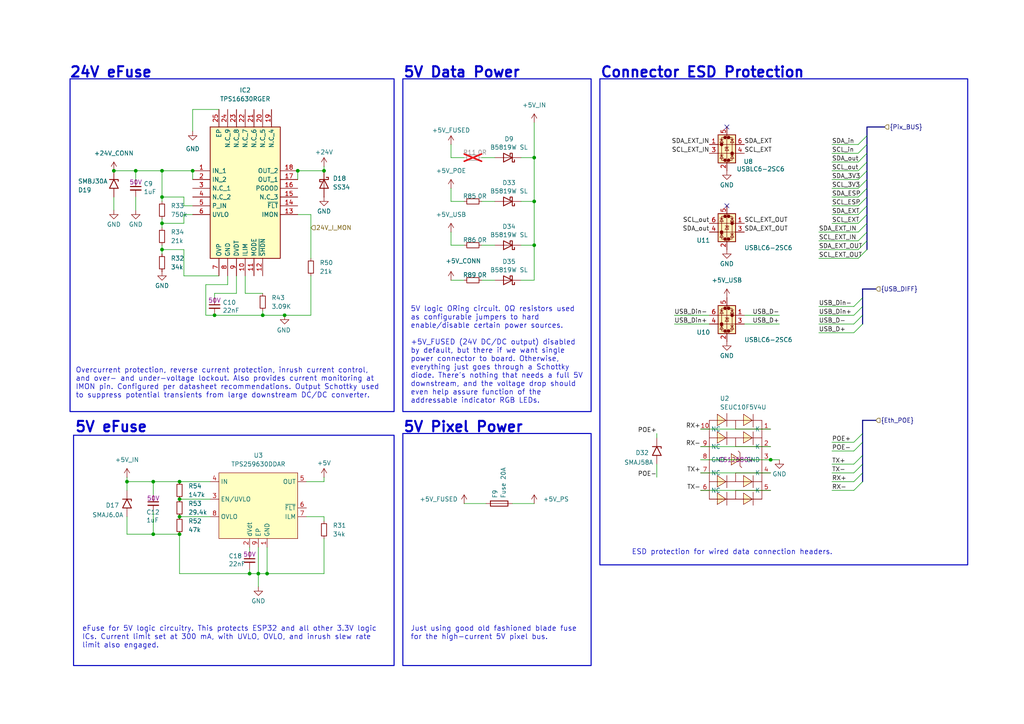
<source format=kicad_sch>
(kicad_sch (version 20250114) (generator "eeschema") (generator_version "9.0")
  (paper "A4")
  (lib_symbols
    (symbol "Device:C_Small" (pin_numbers (hide yes)) (pin_names (offset 0.254) (hide yes))
      (property "Reference" "C" (at 0.254 1.778 0))
      (property "Value" "C_Small" (at 0.254 -2.032 0))
      (symbol "C_Small_0_1"
        (polyline (pts (xy -1.524 0.508) (xy 1.524 0.508)) (stroke (width 0.3048)))
        (polyline (pts (xy -1.524 -0.508) (xy 1.524 -0.508)) (stroke (width 0.3302)))
      )
      (symbol "C_Small_1_1"
        (pin passive line (at 0 2.54 270) (length 2.032) (name "~") (number "1"))
        (pin passive line (at 0 -2.54 90) (length 2.032) (name "~") (number "2"))
      )
    )
    (symbol "Device:D_Schottky" (pin_numbers (hide yes)) (pin_names (offset 1.016) (hide yes))
      (property "Reference" "D" (at 0 2.54 0))
      (property "Value" "D_Schottky" (at 0 -2.54 0))
      (symbol "D_Schottky_0_1"
        (polyline (pts (xy -1.905 0.635) (xy -1.905 1.27) (xy -1.27 1.27) (xy -1.27 -1.27) (xy -0.635 -1.27) (xy -0.635 -0.635)) (stroke (width 0.254)))
        (polyline (pts (xy 1.27 1.27) (xy 1.27 -1.27) (xy -1.27 0) (xy 1.27 1.27)) (stroke (width 0.254)))
        (polyline (pts (xy 1.27 0) (xy -1.27 0)))
      )
      (symbol "D_Schottky_1_1"
        (pin passive line (at -3.81 0 0) (length 2.54) (name "K") (number "1"))
        (pin passive line (at 3.81 0 180) (length 2.54) (name "A") (number "2"))
      )
    )
    (symbol "Device:Fuse" (pin_numbers (hide yes)) (pin_names (offset 0))
      (property "Reference" "F" (at 2.032 0 90))
      (property "Value" "Fuse" (at -1.905 0 90))
      (symbol "Fuse_0_1"
        (rectangle (start -0.762 -2.54) (end 0.762 2.54) (stroke (width 0.254)))
        (polyline (pts (xy 0 2.54) (xy 0 -2.54)))
      )
      (symbol "Fuse_1_1"
        (pin passive line (at 0 3.81 270) (length 1.27) (name "~") (number "1"))
        (pin passive line (at 0 -3.81 90) (length 1.27) (name "~") (number "2"))
      )
    )
    (symbol "Device:R_Small" (pin_numbers (hide yes)) (pin_names (offset 0.254) (hide yes))
      (property "Reference" "R" (at 0.762 0.508 0))
      (property "Value" "R_Small" (at 0.762 -1.016 0))
      (symbol "R_Small_0_1"
        (rectangle (start -0.762 1.778) (end 0.762 -1.778) (stroke (width 0.2032)))
      )
      (symbol "R_Small_1_1"
        (pin passive line (at 0 2.54 270) (length 0.762) (name "~") (number "1"))
        (pin passive line (at 0 -2.54 90) (length 0.762) (name "~") (number "2"))
      )
    )
    (symbol "Diode:SMAJ24A" (pin_numbers (hide yes)) (pin_names (offset 1.016) (hide yes))
      (property "Reference" "D" (at 0 2.54 0))
      (property "Value" "SMAJ24A" (at 0 -2.54 0))
      (symbol "SMAJ24A_0_1"
        (polyline (pts (xy -0.762 1.27) (xy -1.27 1.27) (xy -1.27 -1.27)) (stroke (width 0.254)))
        (polyline (pts (xy 1.27 1.27) (xy 1.27 -1.27) (xy -1.27 0) (xy 1.27 1.27)) (stroke (width 0.254)))
      )
      (symbol "SMAJ24A_1_1"
        (pin passive line (at -3.81 0 0) (length 2.54) (name "A1") (number "1"))
        (pin passive line (at 3.81 0 180) (length 2.54) (name "A2") (number "2"))
      )
    )
    (symbol "Diode:SS34" (pin_numbers (hide yes)) (pin_names (offset 1.016) (hide yes))
      (property "Reference" "D" (at 0 2.54 0))
      (property "Value" "SS34" (at 0 -2.54 0))
      (symbol "SS34_0_1"
        (polyline (pts (xy -1.905 0.635) (xy -1.905 1.27) (xy -1.27 1.27) (xy -1.27 -1.27) (xy -0.635 -1.27) (xy -0.635 -0.635)) (stroke (width 0.254)))
        (polyline (pts (xy 1.27 1.27) (xy 1.27 -1.27) (xy -1.27 0) (xy 1.27 1.27)) (stroke (width 0.254)))
        (polyline (pts (xy 1.27 0) (xy -1.27 0)))
      )
      (symbol "SS34_1_1"
        (pin passive line (at -3.81 0 0) (length 2.54) (name "K") (number "1"))
        (pin passive line (at 3.81 0 180) (length 2.54) (name "A") (number "2"))
      )
    )
    (symbol "Power_Protection:TPS16630RGER"
      (property "Reference" "IC" (at 26.67 17.78 0))
      (property "Value" "TPS16630RGER" (at 26.67 15.24 0))
      (symbol "TPS16630RGER_1_1"
        (rectangle (start 5.08 12.7) (end 25.4 -25.4) (stroke (width 0.254)) (fill (type background)))
        (pin passive line (at 0 0 0) (length 5.08) (name "IN_1") (number "1"))
        (pin passive line (at 0 -2.54 0) (length 5.08) (name "IN_2") (number "2"))
        (pin passive line (at 0 -5.08 0) (length 5.08) (name "N.C_1") (number "3"))
        (pin passive line (at 0 -7.62 0) (length 5.08) (name "N.C_2") (number "4"))
        (pin passive line (at 0 -10.16 0) (length 5.08) (name "P_IN") (number "5"))
        (pin passive line (at 0 -12.7 0) (length 5.08) (name "UVLO") (number "6"))
        (pin passive line (at 7.62 17.78 270) (length 5.08) (name "EP") (number "25"))
        (pin passive line (at 7.62 -30.48 90) (length 5.08) (name "OVP") (number "7"))
        (pin passive line (at 10.16 17.78 270) (length 5.08) (name "N.C_9") (number "24"))
        (pin passive line (at 10.16 -30.48 90) (length 5.08) (name "GND") (number "8"))
        (pin passive line (at 12.7 17.78 270) (length 5.08) (name "N.C_8") (number "23"))
        (pin passive line (at 12.7 -30.48 90) (length 5.08) (name "DVDT") (number "9"))
        (pin passive line (at 15.24 17.78 270) (length 5.08) (name "N.C_7") (number "22"))
        (pin passive line (at 15.24 -30.48 90) (length 5.08) (name "ILIM") (number "10"))
        (pin passive line (at 17.78 17.78 270) (length 5.08) (name "N.C_6") (number "21"))
        (pin passive line (at 17.78 -30.48 90) (length 5.08) (name "MODE") (number "11"))
        (pin passive line (at 20.32 17.78 270) (length 5.08) (name "N.C_5") (number "20"))
        (pin passive line (at 20.32 -30.48 90) (length 5.08) (name "~{SHDN}") (number "12"))
        (pin passive line (at 22.86 17.78 270) (length 5.08) (name "N.C_4") (number "19"))
        (pin passive line (at 30.48 0 180) (length 5.08) (name "OUT_2") (number "18"))
        (pin passive line (at 30.48 -2.54 180) (length 5.08) (name "OUT_1") (number "17"))
        (pin passive line (at 30.48 -5.08 180) (length 5.08) (name "PGOOD") (number "16"))
        (pin passive line (at 30.48 -7.62 180) (length 5.08) (name "N.C_3") (number "15"))
        (pin passive line (at 30.48 -10.16 180) (length 5.08) (name "~{FLT}") (number "14"))
        (pin passive line (at 30.48 -12.7 180) (length 5.08) (name "IMON") (number "13"))
      )
    )
    (symbol "Power_Protection:USBLC6-2SC6" (pin_names (hide yes))
      (property "Reference" "U" (at 0.635 5.715 0))
      (property "Value" "USBLC6-2SC6" (at 0.635 3.81 0))
      (symbol "USBLC6-2SC6_0_0"
        (circle (center -1.524 0) (radius 0.0001) (stroke (width 0.508)))
        (circle (center -0.508 2.032) (radius 0.0001) (stroke (width 0.508)))
        (circle (center -0.508 -4.572) (radius 0.0001) (stroke (width 0.508)))
        (circle (center 0.508 2.032) (radius 0.0001) (stroke (width 0.508)))
        (circle (center 0.508 -4.572) (radius 0.0001) (stroke (width 0.508)))
        (circle (center 1.524 -2.54) (radius 0.0001) (stroke (width 0.508)))
      )
      (symbol "USBLC6-2SC6_0_1"
        (polyline (pts (xy -2.54 0) (xy 2.54 0)))
        (polyline (pts (xy -2.54 -2.54) (xy 2.54 -2.54)))
        (polyline (pts (xy -2.032 0.508) (xy -1.016 0.508) (xy -1.524 1.524) (xy -2.032 0.508)))
        (polyline (pts (xy -2.032 -3.048) (xy -1.016 -3.048)))
        (polyline (pts (xy -1.016 1.524) (xy -2.032 1.524)))
        (polyline (pts (xy -1.016 -4.064) (xy -2.032 -4.064) (xy -1.524 -3.048) (xy -1.016 -4.064)))
        (polyline (pts (xy -0.508 -1.143) (xy -0.508 -0.762) (xy 0.508 -0.762)))
        (polyline (pts (xy 0 2.54) (xy -0.508 2.032) (xy 0.508 2.032) (xy 0 1.524) (xy 0 -4.064) (xy -0.508 -4.572) (xy 0.508 -4.572) (xy 0 -5.08)))
        (polyline (pts (xy 0.508 -1.778) (xy -0.508 -1.778) (xy 0 -0.762) (xy 0.508 -1.778)))
        (polyline (pts (xy 1.016 1.524) (xy 2.032 1.524)))
        (polyline (pts (xy 1.016 -3.048) (xy 2.032 -3.048)))
        (polyline (pts (xy 2.032 0.508) (xy 1.016 0.508) (xy 1.524 1.524) (xy 2.032 0.508)))
        (polyline (pts (xy 2.032 -4.064) (xy 1.016 -4.064) (xy 1.524 -3.048) (xy 2.032 -4.064)))
      )
      (symbol "USBLC6-2SC6_1_1"
        (rectangle (start -2.54 2.794) (end 2.54 -5.334) (stroke (width 0.254)) (fill (type background)))
        (polyline (pts (xy -0.508 2.032) (xy -1.524 2.032) (xy -1.524 -4.572) (xy -0.508 -4.572)))
        (polyline (pts (xy 0.508 -4.572) (xy 1.524 -4.572) (xy 1.524 2.032) (xy 0.508 2.032)))
        (pin passive line (at -5.08 0 0) (length 2.54) (name "I/O1") (number "1"))
        (pin passive line (at -5.08 -2.54 0) (length 2.54) (name "I/O2") (number "3"))
        (pin passive line (at 0 5.08 270) (length 2.54) (name "VBUS") (number "5"))
        (pin passive line (at 0 -7.62 90) (length 2.54) (name "GND") (number "2"))
        (pin passive line (at 5.08 0 180) (length 2.54) (name "I/O1") (number "6"))
        (pin passive line (at 5.08 -2.54 180) (length 2.54) (name "I/O2") (number "4"))
      )
    )
    (symbol "easyeda2kicad:SEUC10F5V4U"
      (property "Reference" "U" (at 0 13.97 0))
      (property "Value" "SEUC10F5V4U" (at 0.254 17.018 0))
      (symbol "SEUC10F5V4U_0_1"
        (polyline (pts (xy -7.62 8.89) (xy 0 8.89) (xy 0 11.43)))
        (polyline (pts (xy -7.62 3.81) (xy 0 3.81) (xy 0 6.35)))
        (polyline (pts (xy -7.62 0) (xy 7.62 0)))
        (polyline (pts (xy -7.62 -3.81) (xy 0 -3.81) (xy 0 -6.35)))
        (polyline (pts (xy -7.62 -8.89) (xy 0 -8.89) (xy 0 -11.43)))
        (polyline (pts (xy -7.62 -11.43) (xy -7.62 11.43) (xy 7.62 11.43) (xy 7.62 -11.43)))
        (polyline (pts (xy -5.08 13.21) (xy -5.08 9.4)))
        (polyline (pts (xy -5.08 8.13) (xy -5.08 4.57)))
        (polyline (pts (xy -5.08 -4.32) (xy -5.08 -8.13)))
        (polyline (pts (xy -5.08 -9.4) (xy -5.08 -13.21)))
        (polyline (pts (xy -2.29 12.95) (xy -4.83 11.43) (xy -2.29 9.65) (xy -2.29 12.95)) (fill (type background)))
        (polyline (pts (xy -2.29 7.87) (xy -4.83 6.35) (xy -2.29 4.57) (xy -2.29 7.87)) (fill (type background)))
        (polyline (pts (xy -2.29 -4.83) (xy -4.83 -6.35) (xy -2.29 -8.13) (xy -2.29 -4.83)) (fill (type background)))
        (polyline (pts (xy -2.29 -9.91) (xy -4.83 -11.43) (xy -2.29 -13.21) (xy -2.29 -9.91)) (fill (type background)))
        (polyline (pts (xy -1.78 2.29) (xy -1.52 2.03) (xy -1.27 1.78) (xy -1.27 -2.03) (xy -1.27 -2.03) (xy -0.76 -2.54)))
        (polyline (pts (xy 1.27 1.52) (xy -1.27 0) (xy 1.27 -1.78) (xy 1.27 1.52)) (fill (type background)))
        (polyline (pts (xy 2.54 13.21) (xy 2.54 9.4)))
        (polyline (pts (xy 2.54 8.13) (xy 2.54 4.57)))
        (polyline (pts (xy 2.54 -4.32) (xy 2.54 -8.13)))
        (polyline (pts (xy 2.54 -9.65) (xy 2.54 -13.46)))
        (polyline (pts (xy 5.33 12.95) (xy 2.79 11.43) (xy 5.33 9.65) (xy 5.33 12.95)) (fill (type background)))
        (polyline (pts (xy 5.33 7.87) (xy 2.79 6.35) (xy 5.33 4.57) (xy 5.33 7.87)) (fill (type background)))
        (polyline (pts (xy 5.33 -4.83) (xy 2.79 -6.35) (xy 5.33 -8.13) (xy 5.33 -4.83)) (fill (type background)))
        (polyline (pts (xy 5.33 -9.91) (xy 2.79 -11.43) (xy 5.33 -13.21) (xy 5.33 -9.91)) (fill (type background)))
        (polyline (pts (xy 7.62 11.43) (xy -7.62 11.43)))
        (polyline (pts (xy 7.62 6.35) (xy -7.62 6.35)))
        (polyline (pts (xy 7.62 -6.35) (xy -7.62 -6.35)))
        (polyline (pts (xy 7.62 -11.43) (xy -7.62 -11.43)))
        (pin unspecified line (at -10.16 8.89 0) (length 2.54) (name "K") (number "5"))
        (pin unspecified line (at -10.16 3.81 0) (length 2.54) (name "K") (number "4"))
        (pin unspecified line (at -10.16 0 0) (length 2.54) (name "GND") (number "3"))
        (pin unspecified line (at -10.16 -3.81 0) (length 2.54) (name "K") (number "2"))
        (pin unspecified line (at -10.16 -8.89 0) (length 2.54) (name "K") (number "1"))
        (pin unspecified line (at 10.16 8.89 180) (length 2.54) (name "NC") (number "6"))
        (pin unspecified line (at 10.16 3.81 180) (length 2.54) (name "NC") (number "7"))
        (pin unspecified line (at 10.16 0 180) (length 2.54) (name "GND") (number "8"))
        (pin unspecified line (at 10.16 -3.81 180) (length 2.54) (name "NC") (number "9"))
        (pin unspecified line (at 10.16 -8.89 180) (length 2.54) (name "NC") (number "10"))
      )
    )
    (symbol "easyeda2kicad:TPS259631DDAR"
      (property "Reference" "U" (at 0 13.97 0))
      (property "Value" "TPS259631DDAR" (at 0 -15.24 0))
      (symbol "TPS259631DDAR_0_1"
        (rectangle (start -11.43 11.43) (end 11.43 -7.62) (fill (type background)))
        (pin unspecified line (at -13.97 8.89 0) (length 2.54) (name "IN") (number "4"))
        (pin unspecified line (at -13.97 3.81 0) (length 2.54) (name "EN/UVLO") (number "3"))
        (pin unspecified line (at -13.97 -1.27 0) (length 2.54) (name "OVLO") (number "8"))
        (pin unspecified line (at -2.54 -10.16 90) (length 2.54) (name "dVdt") (number "2"))
        (pin unspecified line (at 0 -10.16 90) (length 2.54) (name "EP") (number "9"))
        (pin unspecified line (at 2.54 -10.16 90) (length 2.54) (name "GND") (number "1"))
        (pin unspecified line (at 13.97 8.89 180) (length 2.54) (name "OUT") (number "5"))
        (pin unspecified line (at 13.97 1.27 180) (length 2.54) (name "~{FLT}") (number "6"))
        (pin unspecified line (at 13.97 -1.27 180) (length 2.54) (name "ILM") (number "7"))
      )
    )
    (symbol "power:+24V" (power) (pin_numbers (hide yes)) (pin_names (offset 0) (hide yes))
      (property "Value" "+24V" (at 0 3.556 0))
      (symbol "+24V_0_1"
        (polyline (pts (xy -0.762 1.27) (xy 0 2.54)))
        (polyline (pts (xy 0 2.54) (xy 0.762 1.27)))
        (polyline (pts (xy 0 0) (xy 0 2.54)))
      )
      (symbol "+24V_1_1"
        (pin power_in line (at 0 0 90) (length 0) (name "~") (number "1"))
      )
    )
    (symbol "power:+5V" (power) (pin_numbers (hide yes)) (pin_names (offset 0) (hide yes))
      (property "Value" "+5V" (at 0 3.556 0))
      (symbol "+5V_0_1"
        (polyline (pts (xy -0.762 1.27) (xy 0 2.54)))
        (polyline (pts (xy 0 2.54) (xy 0.762 1.27)))
        (polyline (pts (xy 0 0) (xy 0 2.54)))
      )
      (symbol "+5V_1_1"
        (pin power_in line (at 0 0 90) (length 0) (name "~") (number "1"))
      )
    )
    (symbol "power:GND" (power) (pin_numbers (hide yes)) (pin_names (offset 0) (hide yes))
      (property "Value" "GND" (at 0 -3.81 0))
      (symbol "GND_0_1"
        (polyline (pts (xy 0 0) (xy 0 -1.27) (xy 1.27 -1.27) (xy 0 -2.54) (xy -1.27 -1.27) (xy 0 -1.27)))
      )
      (symbol "GND_1_1"
        (pin power_in line (at 0 0 270) (length 0) (name "~") (number "1"))
      )
    )
  )
  (rectangle (start 173.99 22.86) (end 280.67 163.83) (stroke (width 0.3)))
  (rectangle (start 21.336 126.238) (end 114.3 193.04) (stroke (width 0.3)))
  (rectangle (start 116.84 125.73) (end 171.45 193.04) (stroke (width 0.3)))
  (rectangle (start 116.84 22.86) (end 171.45 119.38) (stroke (width 0.3)))
  (rectangle (start 20.32 22.86) (end 114.3 119.38) (stroke (width 0.3)))
  (text "24V eFuse" (at 20.066 22.86 0) (effects (font (size 3 3) (thickness 0.6) (bold yes)) (justify left bottom)))
  (text "Connector ESD Protection" (at 173.99 22.86 0) (effects (font (size 3 3) (thickness 0.6) (bold yes)) (justify left bottom)))
  (text "5V eFuse" (at 21.59 125.73 0) (effects (font (size 3 3) (thickness 0.6) (bold yes)) (justify left bottom)))
  (text "5V Pixel Power" (at 116.84 125.73 0) (effects (font (size 3 3) (thickness 0.6) (bold yes)) (justify left bottom)))
  (text "5V Data Power" (at 116.84 22.86 0) (effects (font (size 3 3) (thickness 0.6) (bold yes)) (justify left bottom)))
  (text_box "Overcurrent protection, reverse current protection, inrush current control, and over- and under-voltage lockout. Also provides current monitoring at IMON pin. Configured per datasheet recommendations. Output Schottky used to suppress potential transients from large downstream DC/DC converter." (at 20.955 105.41 0) (size 91.44 12.065) (margins 0.9525 0.9525 0.9525 0.9525) (stroke (width -0.0001)) (effects (font (size 1.5 1.5)) (justify left top)))
  (text_box "eFuse for 5V logic circuitry. This protects ESP32 and all other 3.3V logic ICs. Current limit set at 300 mA, with UVLO, OVLO, and inrush slew rate limit also engaged. " (at 22.86 180.34 0) (size 91.44 12.065) (margins 0.9525 0.9525 0.9525 0.9525) (stroke (width -0.0001)) (effects (font (size 1.5 1.5)) (justify left top)))
  (text_box "ESD protection for wired data connection headers." (at 182.245 158.115 0) (size 91.44 3.81) (margins 0.9525 0.9525 0.9525 0.9525) (stroke (width -0.0001)) (effects (font (size 1.5 1.5)) (justify left top)))
  (text_box "5V logic ORing circuit. 0Ω resistors used as configurable jumpers to hard enable/disable certain power sources.\n\n+5V_FUSED (24V DC/DC output) disabled by default, but there if we want single power connector to board. Otherwise, everything just goes through a Schottky diode. There's nothing that needs a full 5V downstream, and the voltage drop should even help assure function of the addressable indicator RGB LEDs." (at 118.11 87.63 0) (size 52.705 32.385) (margins 0.9525 0.9525 0.9525 0.9525) (stroke (width -0.0001)) (effects (font (size 1.5 1.5)) (justify left top)))
  (text_box "Just using good old fashioned blade fuse for the high-current 5V pixel bus." (at 118.11 180.34 0) (size 53.34 12.065) (margins 0.9525 0.9525 0.9525 0.9525) (stroke (width -0.0001)) (effects (font (size 1.5 1.5)) (justify left top)))
  (junction (at 33.02 49.53))
  (junction (at 154.94 71.12))
  (junction (at 44.45 154.94))
  (junction (at 82.55 91.44))
  (junction (at 76.2 91.44))
  (junction (at 52.07 154.94))
  (junction (at 36.83 139.7))
  (junction (at 52.07 139.7))
  (junction (at 62.23 91.44))
  (junction (at 74.93 166.37))
  (junction (at 93.98 49.53))
  (junction (at 46.99 49.53))
  (junction (at 46.99 64.77))
  (junction (at 46.99 57.15))
  (junction (at 44.45 139.7))
  (junction (at 46.99 72.39))
  (junction (at 72.39 166.37))
  (junction (at 55.88 49.53))
  (junction (at 154.94 45.72))
  (junction (at 77.47 166.37))
  (junction (at 52.07 144.78))
  (junction (at 223.52 133.35))
  (junction (at 154.94 58.42))
  (junction (at 39.37 49.53))
  (junction (at 52.07 149.86))
  (junction (at 86.36 49.53))
  (no_connect (at 210.82 36.83))
  (no_connect (at 210.82 59.69))
  (bus_entry (at 250.19 125.73) (size -2.54 2.54))
  (bus_entry (at 251.46 46.99) (size -2.54 2.54))
  (bus_entry (at 250.19 132.08) (size -2.54 2.54))
  (bus_entry (at 250.19 137.16) (size -2.54 2.54))
  (bus_entry (at 251.46 52.07) (size -2.54 2.54))
  (bus_entry (at 251.46 57.15) (size -2.54 2.54))
  (bus_entry (at 251.46 67.31) (size -2.54 2.54))
  (bus_entry (at 250.19 91.44) (size -2.54 2.54))
  (bus_entry (at 251.46 44.45) (size -2.54 2.54))
  (bus_entry (at 251.46 64.77) (size -2.54 2.54))
  (bus_entry (at 250.19 86.36) (size -2.54 2.54))
  (bus_entry (at 251.46 69.85) (size -2.54 2.54))
  (bus_entry (at 251.46 41.91) (size -2.54 2.54))
  (bus_entry (at 251.46 54.61) (size -2.54 2.54))
  (bus_entry (at 250.19 139.7) (size -2.54 2.54))
  (bus_entry (at 250.19 134.62) (size -2.54 2.54))
  (bus_entry (at 250.19 93.98) (size -2.54 2.54))
  (bus_entry (at 251.46 62.23) (size -2.54 2.54))
  (bus_entry (at 251.46 72.39) (size -2.54 2.54))
  (bus_entry (at 250.19 88.9) (size -2.54 2.54))
  (bus_entry (at 250.19 128.27) (size -2.54 2.54))
  (bus_entry (at 251.46 49.53) (size -2.54 2.54))
  (bus_entry (at 251.46 59.69) (size -2.54 2.54))
  (bus_entry (at 251.46 39.37) (size -2.54 2.54))
  (wire (pts (xy 203.2 133.35) (xy 223.52 133.35)))
  (wire (pts (xy 44.45 148.59) (xy 44.45 154.94)))
  (wire (pts (xy 237.49 88.9) (xy 247.65 88.9)))
  (wire (pts (xy 46.99 66.04) (xy 46.99 64.77)))
  (wire (pts (xy 195.58 91.44) (xy 205.74 91.44)))
  (bus (pts (xy 250.19 125.73) (xy 250.19 128.27)))
  (wire (pts (xy 241.3 59.69) (xy 248.92 59.69)))
  (wire (pts (xy 237.49 93.98) (xy 247.65 93.98)))
  (wire (pts (xy 76.2 90.17) (xy 76.2 91.44)))
  (wire (pts (xy 190.5 125.73) (xy 190.5 127)))
  (wire (pts (xy 241.3 57.15) (xy 248.92 57.15)))
  (wire (pts (xy 237.49 74.93) (xy 248.92 74.93)))
  (bus (pts (xy 250.19 91.44) (xy 250.19 93.98)))
  (wire (pts (xy 241.3 41.91) (xy 248.92 41.91)))
  (wire (pts (xy 62.23 85.09) (xy 62.23 86.36)))
  (wire (pts (xy 203.2 129.54) (xy 223.52 129.54)))
  (wire (pts (xy 53.34 80.01) (xy 63.5 80.01)))
  (wire (pts (xy 52.07 144.78) (xy 60.96 144.78)))
  (bus (pts (xy 254 121.92) (xy 250.19 121.92)))
  (wire (pts (xy 44.45 154.94) (xy 52.07 154.94)))
  (wire (pts (xy 86.36 52.07) (xy 86.36 49.53)))
  (wire (pts (xy 203.2 137.16) (xy 223.52 137.16)))
  (wire (pts (xy 151.13 71.12) (xy 154.94 71.12)))
  (wire (pts (xy 46.99 72.39) (xy 46.99 73.66)))
  (wire (pts (xy 237.49 69.85) (xy 248.92 69.85)))
  (wire (pts (xy 93.98 166.37) (xy 77.47 166.37)))
  (wire (pts (xy 76.2 91.44) (xy 82.55 91.44)))
  (wire (pts (xy 151.13 45.72) (xy 154.94 45.72)))
  (bus (pts (xy 251.46 46.99) (xy 251.46 49.53)))
  (wire (pts (xy 241.3 49.53) (xy 248.92 49.53)))
  (wire (pts (xy 93.98 138.43) (xy 93.98 139.7)))
  (wire (pts (xy 36.83 139.7) (xy 44.45 139.7)))
  (wire (pts (xy 130.81 81.28) (xy 134.62 81.28)))
  (wire (pts (xy 86.36 62.23) (xy 90.17 62.23)))
  (wire (pts (xy 68.58 85.09) (xy 68.58 80.01)))
  (bus (pts (xy 251.46 67.31) (xy 251.46 69.85)))
  (bus (pts (xy 251.46 44.45) (xy 251.46 46.99)))
  (bus (pts (xy 250.19 86.36) (xy 250.19 88.9)))
  (wire (pts (xy 154.94 71.12) (xy 154.94 58.42)))
  (bus (pts (xy 251.46 54.61) (xy 251.46 57.15)))
  (wire (pts (xy 72.39 166.37) (xy 74.93 166.37)))
  (wire (pts (xy 74.93 158.75) (xy 74.93 166.37)))
  (wire (pts (xy 237.49 67.31) (xy 248.92 67.31)))
  (wire (pts (xy 44.45 139.7) (xy 52.07 139.7)))
  (wire (pts (xy 139.7 71.12) (xy 143.51 71.12)))
  (bus (pts (xy 250.19 134.62) (xy 250.19 137.16)))
  (wire (pts (xy 86.36 49.53) (xy 93.98 49.53)))
  (bus (pts (xy 251.46 36.83) (xy 251.46 39.37)))
  (wire (pts (xy 46.99 72.39) (xy 46.99 71.12)))
  (wire (pts (xy 53.34 59.69) (xy 55.88 59.69)))
  (wire (pts (xy 130.81 67.31) (xy 130.81 71.12)))
  (wire (pts (xy 46.99 49.53) (xy 55.88 49.53)))
  (wire (pts (xy 241.3 54.61) (xy 248.92 54.61)))
  (wire (pts (xy 39.37 49.53) (xy 46.99 49.53)))
  (wire (pts (xy 93.98 156.21) (xy 93.98 166.37)))
  (wire (pts (xy 59.69 82.55) (xy 66.04 82.55)))
  (bus (pts (xy 251.46 41.91) (xy 251.46 44.45)))
  (bus (pts (xy 256.54 36.83) (xy 251.46 36.83)))
  (wire (pts (xy 241.3 44.45) (xy 248.92 44.45)))
  (wire (pts (xy 139.7 58.42) (xy 143.51 58.42)))
  (bus (pts (xy 251.46 59.69) (xy 251.46 62.23)))
  (wire (pts (xy 53.34 64.77) (xy 46.99 64.77)))
  (wire (pts (xy 130.81 41.91) (xy 130.81 45.72)))
  (wire (pts (xy 90.17 62.23) (xy 90.17 74.93)))
  (wire (pts (xy 82.55 91.44) (xy 90.17 91.44)))
  (wire (pts (xy 53.34 57.15) (xy 53.34 59.69)))
  (bus (pts (xy 254 83.82) (xy 250.19 83.82)))
  (wire (pts (xy 130.81 45.72) (xy 134.62 45.72)))
  (wire (pts (xy 241.3 52.07) (xy 248.92 52.07)))
  (wire (pts (xy 93.98 48.26) (xy 93.98 49.53)))
  (wire (pts (xy 46.99 57.15) (xy 53.34 57.15)))
  (wire (pts (xy 39.37 60.96) (xy 39.37 57.15)))
  (wire (pts (xy 241.3 142.24) (xy 247.65 142.24)))
  (wire (pts (xy 154.94 35.56) (xy 154.94 45.72)))
  (wire (pts (xy 72.39 160.02) (xy 72.39 158.75)))
  (wire (pts (xy 190.5 138.43) (xy 190.5 134.62)))
  (wire (pts (xy 139.7 45.72) (xy 143.51 45.72)))
  (wire (pts (xy 90.17 80.01) (xy 90.17 91.44)))
  (wire (pts (xy 52.07 166.37) (xy 52.07 154.94)))
  (wire (pts (xy 53.34 72.39) (xy 46.99 72.39)))
  (wire (pts (xy 226.06 93.98) (xy 215.9 93.98)))
  (wire (pts (xy 46.99 64.77) (xy 46.99 63.5)))
  (wire (pts (xy 39.37 49.53) (xy 39.37 52.07)))
  (bus (pts (xy 251.46 57.15) (xy 251.46 59.69)))
  (wire (pts (xy 33.02 49.53) (xy 39.37 49.53)))
  (bus (pts (xy 250.19 132.08) (xy 250.19 134.62)))
  (bus (pts (xy 251.46 49.53) (xy 251.46 52.07)))
  (wire (pts (xy 139.7 81.28) (xy 143.51 81.28)))
  (wire (pts (xy 241.3 62.23) (xy 248.92 62.23)))
  (wire (pts (xy 241.3 128.27) (xy 247.65 128.27)))
  (wire (pts (xy 93.98 149.86) (xy 93.98 151.13)))
  (wire (pts (xy 203.2 142.24) (xy 223.52 142.24)))
  (bus (pts (xy 250.19 83.82) (xy 250.19 86.36)))
  (wire (pts (xy 203.2 124.46) (xy 223.52 124.46)))
  (bus (pts (xy 250.19 137.16) (xy 250.19 139.7)))
  (wire (pts (xy 44.45 143.51) (xy 44.45 139.7)))
  (bus (pts (xy 251.46 62.23) (xy 251.46 64.77)))
  (wire (pts (xy 148.59 146.05) (xy 154.94 146.05)))
  (bus (pts (xy 251.46 64.77) (xy 251.46 67.31)))
  (wire (pts (xy 62.23 85.09) (xy 68.58 85.09)))
  (wire (pts (xy 130.81 58.42) (xy 134.62 58.42)))
  (wire (pts (xy 46.99 57.15) (xy 46.99 58.42)))
  (wire (pts (xy 55.88 31.75) (xy 63.5 31.75)))
  (wire (pts (xy 237.49 96.52) (xy 247.65 96.52)))
  (wire (pts (xy 237.49 91.44) (xy 247.65 91.44)))
  (wire (pts (xy 226.06 91.44) (xy 215.9 91.44)))
  (bus (pts (xy 251.46 52.07) (xy 251.46 54.61)))
  (wire (pts (xy 195.58 93.98) (xy 205.74 93.98)))
  (wire (pts (xy 241.3 137.16) (xy 247.65 137.16)))
  (wire (pts (xy 130.81 71.12) (xy 134.62 71.12)))
  (wire (pts (xy 71.12 85.09) (xy 71.12 80.01)))
  (wire (pts (xy 55.88 49.53) (xy 55.88 52.07)))
  (wire (pts (xy 52.07 166.37) (xy 72.39 166.37)))
  (wire (pts (xy 154.94 81.28) (xy 151.13 81.28)))
  (wire (pts (xy 241.3 130.81) (xy 247.65 130.81)))
  (bus (pts (xy 250.19 128.27) (xy 250.19 132.08)))
  (wire (pts (xy 52.07 139.7) (xy 60.96 139.7)))
  (wire (pts (xy 72.39 166.37) (xy 72.39 165.1)))
  (bus (pts (xy 250.19 88.9) (xy 250.19 91.44)))
  (wire (pts (xy 55.88 38.1) (xy 55.88 31.75)))
  (wire (pts (xy 241.3 134.62) (xy 247.65 134.62)))
  (wire (pts (xy 36.83 154.94) (xy 44.45 154.94)))
  (wire (pts (xy 66.04 82.55) (xy 66.04 80.01)))
  (wire (pts (xy 62.23 91.44) (xy 76.2 91.44)))
  (wire (pts (xy 154.94 71.12) (xy 154.94 81.28)))
  (wire (pts (xy 59.69 82.55) (xy 59.69 91.44)))
  (wire (pts (xy 241.3 64.77) (xy 248.92 64.77)))
  (wire (pts (xy 59.69 91.44) (xy 62.23 91.44)))
  (wire (pts (xy 53.34 80.01) (xy 53.34 72.39)))
  (wire (pts (xy 241.3 139.7) (xy 247.65 139.7)))
  (bus (pts (xy 251.46 69.85) (xy 251.46 72.39)))
  (bus (pts (xy 251.46 39.37) (xy 251.46 41.91)))
  (wire (pts (xy 33.02 60.96) (xy 33.02 57.15)))
  (bus (pts (xy 250.19 121.92) (xy 250.19 125.73)))
  (wire (pts (xy 77.47 158.75) (xy 77.47 166.37)))
  (wire (pts (xy 93.98 139.7) (xy 88.9 139.7)))
  (wire (pts (xy 71.12 85.09) (xy 76.2 85.09)))
  (wire (pts (xy 77.47 166.37) (xy 74.93 166.37)))
  (wire (pts (xy 130.81 54.61) (xy 130.81 58.42)))
  (wire (pts (xy 36.83 138.43) (xy 36.83 139.7)))
  (wire (pts (xy 223.52 133.35) (xy 226.06 133.35)))
  (wire (pts (xy 74.93 170.18) (xy 74.93 166.37)))
  (wire (pts (xy 36.83 149.86) (xy 36.83 154.94)))
  (wire (pts (xy 53.34 62.23) (xy 53.34 64.77)))
  (wire (pts (xy 46.99 49.53) (xy 46.99 57.15)))
  (wire (pts (xy 151.13 58.42) (xy 154.94 58.42)))
  (wire (pts (xy 88.9 149.86) (xy 93.98 149.86)))
  (wire (pts (xy 53.34 62.23) (xy 55.88 62.23)))
  (wire (pts (xy 154.94 45.72) (xy 154.94 58.42)))
  (wire (pts (xy 241.3 46.99) (xy 248.92 46.99)))
  (wire (pts (xy 52.07 149.86) (xy 60.96 149.86)))
  (wire (pts (xy 134.62 146.05) (xy 140.97 146.05)))
  (wire (pts (xy 36.83 142.24) (xy 36.83 139.7)))
  (wire (pts (xy 237.49 72.39) (xy 248.92 72.39)))
  (label "SCL_EXT" (at 215.9 44.45 0))
  (label "SDA_EXT" (at 215.9 41.91 0))
  (label "POE-" (at 190.5 138.43 180))
  (label "TX-" (at 203.2 142.24 180))
  (label "USB_D+" (at 237.49 96.52 0))
  (label "SCL_EXT_IN" (at 237.49 69.85 0))
  (label "TX+" (at 203.2 137.16 180))
  (label "SDA_EXT" (at 241.3 62.23 0))
  (label "RX-" (at 203.2 129.54 180))
  (label "POE+" (at 190.5 125.73 180))
  (label "SDA_EXT_IN" (at 205.74 41.91 180))
  (label "RX+" (at 203.2 124.46 180))
  (label "SCL_3V3" (at 241.3 54.61 0))
  (label "SDA_out" (at 241.3 46.99 0))
  (label "USB_D-" (at 226.06 91.44 180))
  (label "SCL_out" (at 205.74 64.77 180))
  (label "SDA_in" (at 241.3 41.91 0))
  (label "SDA_EXT_OUT" (at 237.49 72.39 0))
  (label "USB_Din+" (at 195.58 93.98 0))
  (label "SDA_ESP" (at 241.3 57.15 0))
  (label "SCL_EXT" (at 241.3 64.77 0))
  (label "SDA_EXT_IN" (at 237.49 67.31 0))
  (label "SCL_EXT_IN" (at 205.74 44.45 180))
  (label "SCL_in" (at 241.3 44.45 0))
  (label "SCL_out" (at 241.3 49.53 0))
  (label "SCL_EXT_OUT" (at 215.9 64.77 0))
  (label "USB_Din+" (at 237.49 91.44 0))
  (label "RX-" (at 241.3 142.24 0))
  (label "USB_D-" (at 237.49 93.98 0))
  (label "SDA_EXT_OUT" (at 215.9 67.31 0))
  (label "TX+" (at 241.3 134.62 0))
  (label "USB_Din-" (at 237.49 88.9 0))
  (label "TX-" (at 241.3 137.16 0))
  (label "USB_D+" (at 226.06 93.98 180))
  (label "RX+" (at 241.3 139.7 0))
  (label "POE-" (at 241.3 130.81 0))
  (label "SDA_3V3" (at 241.3 52.07 0))
  (label "SCL_ESP" (at 241.3 59.69 0))
  (label "USB_Din-" (at 195.58 91.44 0))
  (label "SCL_EXT_OUT" (at 237.49 74.93 0))
  (label "SDA_out" (at 205.74 67.31 180))
  (label "POE+" (at 241.3 128.27 0))
  (hierarchical_label "{Pix_BUS}" (shape input) (at 256.54 36.83 0))
  (hierarchical_label "24V_I_MON" (shape input) (at 90.17 66.04 0))
  (hierarchical_label "{Eth_POE}" (shape input) (at 254 121.92 0))
  (hierarchical_label "{USB_DIFF}" (shape input) (at 254 83.82 0))
  (symbol (lib_id "power:+24V") (at 33.02 49.53 0) (unit 1)
    (property "Reference" "#PWR0151" (effects (hide yes)))
    (property "Value" "+24V_CONN" (at 33.02 44.45 0))
    (property "Description" "Power symbol creates a global label with name \"+24V\"" (effects (hide yes)))
  )
  (symbol (lib_id "Device:R_Small") (at 137.16 58.42 90) (unit 1)
    (property "Reference" "R85" (at 138.176 56.896 90) (effects (justify left)))
    (property "Value" "0R" (at 141.224 56.896 90) (effects (justify left)))
    (property "Footprint" "Resistor_SMD:R_0603_1608Metric" (effects (hide yes)))
    (property "Description" "Resistor, small symbol" (effects (hide yes)))
    (property "LCSC" "C21189" (effects (hide yes)))
  )
  (symbol (lib_id "Power_Protection:USBLC6-2SC6") (at 210.82 64.77 0) (mirror y) (unit 1)
    (property "Reference" "U11" (at 205.994 69.7117 0) (effects (justify left)))
    (property "Value" "USBLC6-2SC6" (at 229.87 71.882 0) (effects (justify left)))
    (property "Footprint" "Package_TO_SOT_SMD:SOT-23-6" (effects (hide yes)))
    (property "Datasheet" "https://www.st.com/resource/en/datasheet/usblc6-2.pdf" (effects (hide yes)))
    (property "Description" "Very low capacitance ESD protection diode, 2 data-line, SOT-23-6" (effects (hide yes)))
    (property "LCSC" "C2827654" (effects (hide yes)))
  )
  (symbol (lib_id "power:GND") (at 226.06 133.35 0) (unit 1)
    (property "Reference" "#PWR049" (effects (hide yes)))
    (property "Value" "GND" (at 226.06 137.4831 0))
    (property "Description" "Power symbol creates a global label with name \"GND\" , ground" (effects (hide yes)))
  )
  (symbol (lib_id "power:+5V") (at 130.81 41.91 0) (unit 1)
    (property "Reference" "#PWR0126" (effects (hide yes)))
    (property "Value" "+5V_FUSED" (at 130.81 37.7769 0))
    (property "Description" "Power symbol creates a global label with name \"+5V\"" (effects (hide yes)))
  )
  (symbol (lib_id "Device:C_Small") (at 62.23 88.9 0) (unit 1)
    (property "Reference" "C10" (at 64.5668 87.7316 0) (effects (justify left)))
    (property "Value" "22nF" (at 64.5668 90.043 0) (effects (justify left)))
    (property "Footprint" "Capacitor_SMD:C_0603_1608Metric" (effects (hide yes)))
    (property "LCSC" "C21122" (effects (hide yes)))
    (property "Rating" "50V" (at 62.23 87.122 0))
  )
  (symbol (lib_id "power:GND") (at 55.88 38.1 0) (unit 1)
    (property "Reference" "#PWR02" (effects (hide yes)))
    (property "Value" "GND" (at 55.88 43.18 0))
    (property "Description" "Power symbol creates a global label with name \"GND\" , ground" (effects (hide yes)))
  )
  (symbol (lib_id "easyeda2kicad:TPS259631DDAR") (at 74.93 148.59 0) (unit 1)
    (property "Reference" "U3" (at 74.93 132.08 0))
    (property "Value" "TPS259630DDAR" (at 74.93 134.62 0))
    (property "Footprint" "Package_SO:SOIC-8-1EP_3.9x4.9mm_P1.27mm_EP2.29x3mm" (effects (hide yes)))
    (property "LCSC Part" "C2155778" (effects (hide yes)))
    (property "LCSC" "C2155776" (effects (hide yes)))
  )
  (symbol (lib_id "Device:R_Small") (at 46.99 68.58 0) (unit 1)
    (property "Reference" "R34" (at 49.53 67.3099 0) (effects (justify left)))
    (property "Value" "21k" (at 49.53 69.8499 0) (effects (justify left)))
    (property "Footprint" "Resistor_SMD:R_0603_1608Metric" (effects (hide yes)))
    (property "Description" "Resistor, small symbol" (effects (hide yes)))
    (property "LCSC" "C21190" (effects (hide yes)))
  )
  (symbol (lib_id "Device:R_Small") (at 46.99 76.2 0) (unit 1)
    (property "Reference" "R32" (at 49.53 74.9299 0) (effects (justify left)))
    (property "Value" "34k" (at 49.53 77.4699 0) (effects (justify left)))
    (property "Footprint" "Resistor_SMD:R_0603_1608Metric" (effects (hide yes)))
    (property "Description" "Resistor, small symbol" (effects (hide yes)))
    (property "LCSC" "C21190" (effects (hide yes)))
  )
  (symbol (lib_id "power:+24V") (at 210.82 86.36 0) (unit 1)
    (property "Reference" "#PWR0160" (effects (hide yes)))
    (property "Value" "+5V_USB" (at 210.82 81.28 0))
    (property "Description" "Power symbol creates a global label with name \"+24V\"" (effects (hide yes)))
  )
  (symbol (lib_id "power:+24V") (at 93.98 48.26 0) (unit 1)
    (property "Reference" "#PWR0123" (effects (hide yes)))
    (property "Value" "+24V" (at 93.98 44.1269 0))
    (property "Description" "Power symbol creates a global label with name \"+24V\"" (effects (hide yes)))
  )
  (symbol (lib_id "Device:R_Small") (at 46.99 60.96 0) (unit 1)
    (property "Reference" "R33" (at 49.53 59.6899 0) (effects (justify left)))
    (property "Value" "750k" (at 49.53 62.2299 0) (effects (justify left)))
    (property "Footprint" "Resistor_SMD:R_0603_1608Metric" (effects (hide yes)))
    (property "Description" "Resistor, small symbol" (effects (hide yes)))
    (property "LCSC" "C21190" (effects (hide yes)))
  )
  (symbol (lib_id "Power_Protection:USBLC6-2SC6") (at 210.82 91.44 0) (mirror y) (unit 1)
    (property "Reference" "U10" (at 205.994 96.3817 0) (effects (justify left)))
    (property "Value" "USBLC6-2SC6" (at 229.87 98.552 0) (effects (justify left)))
    (property "Footprint" "Package_TO_SOT_SMD:SOT-23-6" (effects (hide yes)))
    (property "Datasheet" "https://www.st.com/resource/en/datasheet/usblc6-2.pdf" (effects (hide yes)))
    (property "Description" "Very low capacitance ESD protection diode, 2 data-line, SOT-23-6" (effects (hide yes)))
    (property "LCSC" "C2827654" (effects (hide yes)))
  )
  (symbol (lib_id "easyeda2kicad:SEUC10F5V4U") (at 213.36 133.35 180) (unit 1)
    (property "Reference" "U2" (at 208.788 115.57 0) (effects (justify right)))
    (property "Value" "SEUC10F5V4U" (at 208.788 118.11 0) (effects (justify right)))
    (property "Footprint" "easyeda2kicad:DFN2510-10_L2.5-W1.0-P0.50-BL" (effects (hide yes)))
    (property "LCSC Part" "C5126804" (effects (hide yes)))
    (property "LCSC" "C5126804" (at 213.36 133.35 0))
  )
  (symbol (lib_id "power:GND") (at 33.02 60.96 0) (unit 1)
    (property "Reference" "#PWR0121" (effects (hide yes)))
    (property "Value" "GND" (at 33.02 65.0931 0))
    (property "Description" "Power symbol creates a global label with name \"GND\" , ground" (effects (hide yes)))
  )
  (symbol (lib_id "Diode:SMAJ24A") (at 190.5 130.81 270) (unit 1)
    (property "Reference" "D32" (at 188.214 131.318 90) (effects (justify right)))
    (property "Value" "SMAJ58A" (at 189.484 134.112 90) (effects (justify right)))
    (property "Footprint" "Diode_SMD:D_SMA" (effects (hide yes)))
    (property "Datasheet" "https://www.littelfuse.com/media?resourcetype=datasheets&itemid=75e32973-b177-4ee3-a0ff-cedaf1abdb93&filename=smaj-datasheet" (effects (hide yes)))
    (property "Description" "400W unidirectional Transient Voltage Suppressor, 24.0Vr, SMA(DO-214AC)" (effects (hide yes)))
    (property "LCSC" "C148235" (effects (hide yes)))
  )
  (symbol (lib_id "Device:R_Small") (at 52.07 147.32 0) (unit 1)
    (property "Reference" "R53" (at 54.61 146.0499 0) (effects (justify left)))
    (property "Value" "29.4k" (at 54.61 148.5899 0) (effects (justify left)))
    (property "Footprint" "Resistor_SMD:R_0603_1608Metric" (effects (hide yes)))
    (property "Description" "Resistor, small symbol" (effects (hide yes)))
    (property "LCSC" "C22974" (effects (hide yes)))
  )
  (symbol (lib_id "Device:R_Small") (at 52.07 152.4 0) (unit 1)
    (property "Reference" "R52" (at 54.61 151.1299 0) (effects (justify left)))
    (property "Value" "47k" (at 54.61 153.6699 0) (effects (justify left)))
    (property "Footprint" "Resistor_SMD:R_0603_1608Metric" (effects (hide yes)))
    (property "Description" "Resistor, small symbol" (effects (hide yes)))
    (property "LCSC" "C25819" (effects (hide yes)))
  )
  (symbol (lib_id "Device:R_Small") (at 137.16 71.12 90) (unit 1)
    (property "Reference" "R86" (at 138.176 69.596 90) (effects (justify left)))
    (property "Value" "0R" (at 141.224 69.596 90) (effects (justify left)))
    (property "Footprint" "Resistor_SMD:R_0603_1608Metric" (effects (hide yes)))
    (property "Description" "Resistor, small symbol" (effects (hide yes)))
    (property "LCSC" "C21189" (effects (hide yes)))
  )
  (symbol (lib_id "power:GND") (at 39.37 60.96 0) (unit 1)
    (property "Reference" "#PWR0120" (effects (hide yes)))
    (property "Value" "GND" (at 39.37 65.0931 0))
    (property "Description" "Power symbol creates a global label with name \"GND\" , ground" (effects (hide yes)))
  )
  (symbol (lib_id "power:+24V") (at 36.83 138.43 0) (unit 1)
    (property "Reference" "#PWR0133" (effects (hide yes)))
    (property "Value" "+5V_IN" (at 36.83 133.35 0))
    (property "Description" "Power symbol creates a global label with name \"+24V\"" (effects (hide yes)))
  )
  (symbol (lib_id "Power_Protection:USBLC6-2SC6") (at 210.82 41.91 0) (unit 1)
    (property "Reference" "U8" (at 215.646 46.8517 0) (effects (justify left)))
    (property "Value" "USBLC6-2SC6" (at 213.614 49.022 0) (effects (justify left)))
    (property "Footprint" "Package_TO_SOT_SMD:SOT-23-6" (effects (hide yes)))
    (property "Datasheet" "https://www.st.com/resource/en/datasheet/usblc6-2.pdf" (effects (hide yes)))
    (property "Description" "Very low capacitance ESD protection diode, 2 data-line, SOT-23-6" (effects (hide yes)))
    (property "LCSC" "C2827654" (effects (hide yes)))
  )
  (symbol (lib_id "power:GND") (at 210.82 99.06 0) (unit 1)
    (property "Reference" "#PWR0159" (effects (hide yes)))
    (property "Value" "GND" (at 210.82 103.1931 0))
    (property "Description" "Power symbol creates a global label with name \"GND\" , ground" (effects (hide yes)))
  )
  (symbol (lib_id "Device:R_Small") (at 76.2 87.63 0) (unit 1)
    (property "Reference" "R43" (at 78.74 86.3599 0) (effects (justify left)))
    (property "Value" "3.09K" (at 78.74 88.8999 0) (effects (justify left)))
    (property "Footprint" "Resistor_SMD:R_0603_1608Metric" (effects (hide yes)))
    (property "Description" "Resistor, small symbol" (effects (hide yes)))
    (property "LCSC" "C21190" (effects (hide yes)))
  )
  (symbol (lib_id "power:GND") (at 93.98 57.15 0) (unit 1)
    (property "Reference" "#PWR04" (effects (hide yes)))
    (property "Value" "GND" (at 93.98 61.2831 0))
    (property "Description" "Power symbol creates a global label with name \"GND\" , ground" (effects (hide yes)))
  )
  (symbol (lib_id "Device:C_Small") (at 72.39 162.56 0) (unit 1)
    (property "Reference" "C18" (at 66.294 161.2646 0) (effects (justify left)))
    (property "Value" "22nF" (at 66.294 163.576 0) (effects (justify left)))
    (property "Footprint" "Capacitor_SMD:C_0603_1608Metric" (effects (hide yes)))
    (property "LCSC" "C21122" (effects (hide yes)))
    (property "Rating" "50V" (at 72.39 160.782 0))
  )
  (symbol (lib_id "Device:D_Schottky") (at 147.32 81.28 180) (unit 1)
    (property "Reference" "D35" (at 147.6375 75.8655 0))
    (property "Value" "B5819W SL" (at 147.6375 78.2898 0))
    (property "Footprint" "Diode_SMD:D_SOD-123" (effects (hide yes)))
    (property "Description" "Schottky diode" (effects (hide yes)))
    (property "LCSC" "C8598" (effects (hide yes)))
  )
  (symbol (lib_id "power:GND") (at 210.82 72.39 0) (unit 1)
    (property "Reference" "#PWR070" (effects (hide yes)))
    (property "Value" "GND" (at 210.82 76.5231 0))
    (property "Description" "Power symbol creates a global label with name \"GND\" , ground" (effects (hide yes)))
  )
  (symbol (lib_id "Diode:SS34") (at 93.98 53.34 270) (unit 1)
    (property "Reference" "D18" (at 96.52 51.7524 90) (effects (justify left)))
    (property "Value" "SS34" (at 96.52 54.2924 90) (effects (justify left)))
    (property "Footprint" "Diode_SMD:D_SMA" (effects (hide yes)))
    (property "Datasheet" "https://www.vishay.com/docs/88751/ss32.pdf" (effects (hide yes)))
    (property "Description" "40V 3A Schottky Diode, SMA" (effects (hide yes)))
    (property "LCSC" "C8678" (effects (hide yes)))
  )
  (symbol (lib_id "Diode:SMAJ24A") (at 36.83 146.05 270) (unit 1)
    (property "Reference" "D17" (at 34.544 146.558 90) (effects (justify right)))
    (property "Value" "SMAJ6.0A" (at 35.814 149.352 90) (effects (justify right)))
    (property "Footprint" "Diode_SMD:D_SMA" (effects (hide yes)))
    (property "Datasheet" "https://www.littelfuse.com/media?resourcetype=datasheets&itemid=75e32973-b177-4ee3-a0ff-cedaf1abdb93&filename=smaj-datasheet" (effects (hide yes)))
    (property "Description" "400W unidirectional Transient Voltage Suppressor, 24.0Vr, SMA(DO-214AC)" (effects (hide yes)))
    (property "LCSC" "C80275" (effects (hide yes)))
  )
  (symbol (lib_id "Device:R_Small") (at 90.17 77.47 0) (unit 1)
    (property "Reference" "R50" (at 92.71 76.1999 0) (effects (justify left)))
    (property "Value" "21k" (at 92.71 78.7399 0) (effects (justify left)))
    (property "Footprint" "Resistor_SMD:R_0603_1608Metric" (effects (hide yes)))
    (property "Description" "Resistor, small symbol" (effects (hide yes)))
    (property "LCSC" "C21190" (effects (hide yes)))
  )
  (symbol (lib_id "power:+5V") (at 130.81 54.61 0) (unit 1)
    (property "Reference" "#PWR0144" (effects (hide yes)))
    (property "Value" "+5V_POE" (at 130.81 49.53 0))
    (property "Description" "Power symbol creates a global label with name \"+5V\"" (effects (hide yes)))
  )
  (symbol (lib_id "power:+5V") (at 154.94 146.05 0) (unit 1)
    (property "Reference" "#PWR062" (effects (hide yes)))
    (property "Value" "+5V_PS" (at 157.48 144.7799 0) (effects (justify left)))
    (property "Description" "Power symbol creates a global label with name \"+5V\"" (effects (hide yes)))
  )
  (symbol (lib_id "Device:C_Small") (at 44.45 146.05 0) (unit 1)
    (property "Reference" "C12" (at 42.418 148.5646 0) (effects (justify left)))
    (property "Value" "1uF" (at 42.418 150.876 0) (effects (justify left)))
    (property "Footprint" "Capacitor_SMD:C_0603_1608Metric" (effects (hide yes)))
    (property "LCSC" "C15849" (effects (hide yes)))
    (property "Rating" "50V" (at 44.45 144.526 0))
  )
  (symbol (lib_id "power:GND") (at 82.55 91.44 0) (unit 1)
    (property "Reference" "#PWR07" (effects (hide yes)))
    (property "Value" "GND" (at 82.296 95.758 0))
    (property "Description" "Power symbol creates a global label with name \"GND\" , ground" (effects (hide yes)))
  )
  (symbol (lib_id "Device:R_Small") (at 137.16 81.28 90) (unit 1)
    (property "Reference" "R89" (at 138.176 79.756 90) (effects (justify left)))
    (property "Value" "0R" (at 141.224 79.756 90) (effects (justify left)))
    (property "Footprint" "Resistor_SMD:R_0603_1608Metric" (effects (hide yes)))
    (property "Description" "Resistor, small symbol" (effects (hide yes)))
    (property "LCSC" "C21189" (effects (hide yes)))
  )
  (symbol (lib_id "Device:Fuse") (at 144.78 146.05 90) (unit 1)
    (property "Reference" "F9" (at 143.5678 144.526 0) (effects (justify left)))
    (property "Value" "Fuse 20A" (at 145.9921 144.526 0) (effects (justify left)))
    (property "Footprint" "easyeda2kicad:FUSE-TH_4P-L16.0-W6.7" (effects (hide yes)))
    (property "Description" "Fuse" (effects (hide yes)))
    (property "LCSC" "C19727305" (effects (hide yes)))
  )
  (symbol (lib_id "Device:D_Schottky") (at 147.32 45.72 180) (unit 1)
    (property "Reference" "D9" (at 147.6375 40.3055 0))
    (property "Value" "B5819W SL" (at 147.6375 42.7298 0))
    (property "Footprint" "Diode_SMD:D_SOD-123" (effects (hide yes)))
    (property "Description" "Schottky diode" (effects (hide yes)))
    (property "LCSC" "C8598" (effects (hide yes)))
  )
  (symbol (lib_id "Device:R_Small") (at 93.98 153.67 0) (unit 1)
    (property "Reference" "R31" (at 96.52 152.3999 0) (effects (justify left)))
    (property "Value" "34k" (at 96.52 154.9399 0) (effects (justify left)))
    (property "Footprint" "Resistor_SMD:R_0603_1608Metric" (effects (hide yes)))
    (property "Description" "Resistor, small symbol" (effects (hide yes)))
    (property "LCSC" "C21190" (effects (hide yes)))
  )
  (symbol (lib_id "Device:R_Small") (at 137.16 45.72 90) (unit 1) (in_bom no) (dnp yes)
    (property "Reference" "R11" (at 138.176 44.196 90) (effects (justify left)))
    (property "Value" "0R" (at 141.224 44.196 90) (effects (justify left)))
    (property "Footprint" "Resistor_SMD:R_0603_1608Metric" (effects (hide yes)))
    (property "Description" "Resistor, small symbol" (effects (hide yes)))
    (property "LCSC" "C21189" (effects (hide yes)))
  )
  (symbol (lib_id "power:+5V") (at 130.81 67.31 0) (unit 1)
    (property "Reference" "#PWR0145" (effects (hide yes)))
    (property "Value" "+5V_USB" (at 130.81 62.23 0))
    (property "Description" "Power symbol creates a global label with name \"+5V\"" (effects (hide yes)))
  )
  (symbol (lib_id "Device:D_Schottky") (at 147.32 58.42 180) (unit 1)
    (property "Reference" "D33" (at 147.6375 53.0055 0))
    (property "Value" "B5819W SL" (at 147.6375 55.4298 0))
    (property "Footprint" "Diode_SMD:D_SOD-123" (effects (hide yes)))
    (property "Description" "Schottky diode" (effects (hide yes)))
    (property "LCSC" "C8598" (effects (hide yes)))
  )
  (symbol (lib_id "power:+24V") (at 154.94 35.56 0) (unit 1)
    (property "Reference" "#PWR0143" (effects (hide yes)))
    (property "Value" "+5V_IN" (at 154.94 30.48 0))
    (property "Description" "Power symbol creates a global label with name \"+24V\"" (effects (hide yes)))
  )
  (symbol (lib_id "Device:D_Schottky") (at 147.32 71.12 180) (unit 1)
    (property "Reference" "D34" (at 147.6375 65.7055 0))
    (property "Value" "B5819W SL" (at 147.6375 68.1298 0))
    (property "Footprint" "Diode_SMD:D_SOD-123" (effects (hide yes)))
    (property "Description" "Schottky diode" (effects (hide yes)))
    (property "LCSC" "C8598" (effects (hide yes)))
  )
  (symbol (lib_id "power:+5V") (at 130.81 81.28 0) (unit 1)
    (property "Reference" "#PWR0150" (effects (hide yes)))
    (property "Value" "+5V_CONN" (at 134.366 75.692 0))
    (property "Description" "Power symbol creates a global label with name \"+5V\"" (effects (hide yes)))
  )
  (symbol (lib_id "Diode:SMAJ24A") (at 33.02 53.34 270) (unit 1)
    (property "Reference" "D19" (at 22.606 55.118 90) (effects (justify left)))
    (property "Value" "SMBJ30A" (at 22.606 52.578 90) (effects (justify left)))
    (property "Footprint" "Diode_SMD:D_SMB" (effects (hide yes)))
    (property "Datasheet" "https://www.littelfuse.com/media?resourcetype=datasheets&itemid=75e32973-b177-4ee3-a0ff-cedaf1abdb93&filename=smaj-datasheet" (effects (hide yes)))
    (property "Description" "400W unidirectional Transient Voltage Suppressor, 24.0Vr, SMA(DO-214AC)" (effects (hide yes)))
    (property "LCSC" "C224017" (effects (hide yes)))
  )
  (symbol (lib_id "Power_Protection:TPS16630RGER") (at 55.88 49.53 0) (unit 1)
    (property "Reference" "IC2" (at 71.12 26.162 0))
    (property "Value" "TPS16630RGER" (at 71.12 28.702 0))
    (property "Footprint" "Package_DFN_QFN:VQFN-24-1EP_4x4mm_P0.5mm_EP2.45x2.45mm" (effects (hide yes)))
    (property "Datasheet" "http://www.ti.com/lit/gpn/TPS1663" (effects (hide yes)))
    (property "Description" "Texas Instruments 60V, 6A Power Limiting eFuse 24-VQFN -40 to 125" (effects (hide yes)))
    (property "Height" "1" (effects (hide yes)))
    (property "Mouser Part Number" "595-TPS16630RGER" (effects (hide yes)))
    (property "Mouser Price/Stock" "https://www.mouser.co.uk/ProductDetail/Texas-Instruments/TPS16630RGER?qs=byeeYqUIh0OvKYMvcgUp9Q%3D%3D" (effects (hide yes)))
    (property "Manufacturer_Name" "Texas Instruments" (effects (hide yes)))
    (property "Manufacturer_Part_Number" "TPS16630RGER" (effects (hide yes)))
    (property "LCSC" "C1850279" (effects (hide yes)))
  )
  (symbol (lib_id "power:GND") (at 74.93 170.18 0) (unit 1)
    (property "Reference" "#PWR0136" (effects (hide yes)))
    (property "Value" "GND" (at 74.93 174.3131 0))
    (property "Description" "Power symbol creates a global label with name \"GND\" , ground" (effects (hide yes)))
  )
  (symbol (lib_id "Device:R_Small") (at 52.07 142.24 0) (unit 1)
    (property "Reference" "R54" (at 54.61 140.9699 0) (effects (justify left)))
    (property "Value" "147k" (at 54.61 143.5099 0) (effects (justify left)))
    (property "Footprint" "Resistor_SMD:R_0603_1608Metric" (effects (hide yes)))
    (property "Description" "Resistor, small symbol" (effects (hide yes)))
    (property "LCSC" "C2998060" (effects (hide yes)))
  )
  (symbol (lib_id "Device:C_Small") (at 39.37 54.61 0) (unit 1)
    (property "Reference" "C9" (at 41.656 53.3146 0) (effects (justify left)))
    (property "Value" "1uF" (at 41.656 55.626 0) (effects (justify left)))
    (property "Footprint" "Capacitor_SMD:C_0603_1608Metric" (effects (hide yes)))
    (property "LCSC" "C15849" (effects (hide yes)))
    (property "Rating" "50V" (at 39.37 52.832 0))
  )
  (symbol (lib_id "power:GND") (at 46.99 78.74 0) (unit 1)
    (property "Reference" "#PWR0124" (effects (hide yes)))
    (property "Value" "GND" (at 46.99 82.8731 0))
    (property "Description" "Power symbol creates a global label with name \"GND\" , ground" (effects (hide yes)))
  )
  (symbol (lib_id "power:GND") (at 210.82 49.53 0) (unit 1)
    (property "Reference" "#PWR069" (effects (hide yes)))
    (property "Value" "GND" (at 210.82 53.6631 0))
    (property "Description" "Power symbol creates a global label with name \"GND\" , ground" (effects (hide yes)))
  )
  (symbol (lib_id "power:+5V") (at 134.62 146.05 0) (unit 1)
    (property "Reference" "#PWR06" (effects (hide yes)))
    (property "Value" "+5V_FUSED" (at 121.666 144.78 0) (effects (justify left)))
    (property "Description" "Power symbol creates a global label with name \"+5V\"" (effects (hide yes)))
  )
  (symbol (lib_id "power:+5V") (at 93.98 138.43 0) (unit 1)
    (property "Reference" "#PWR0127" (effects (hide yes)))
    (property "Value" "+5V" (at 93.98 134.2969 0))
    (property "Description" "Power symbol creates a global label with name \"+5V\"" (effects (hide yes)))
  )
)
</source>
